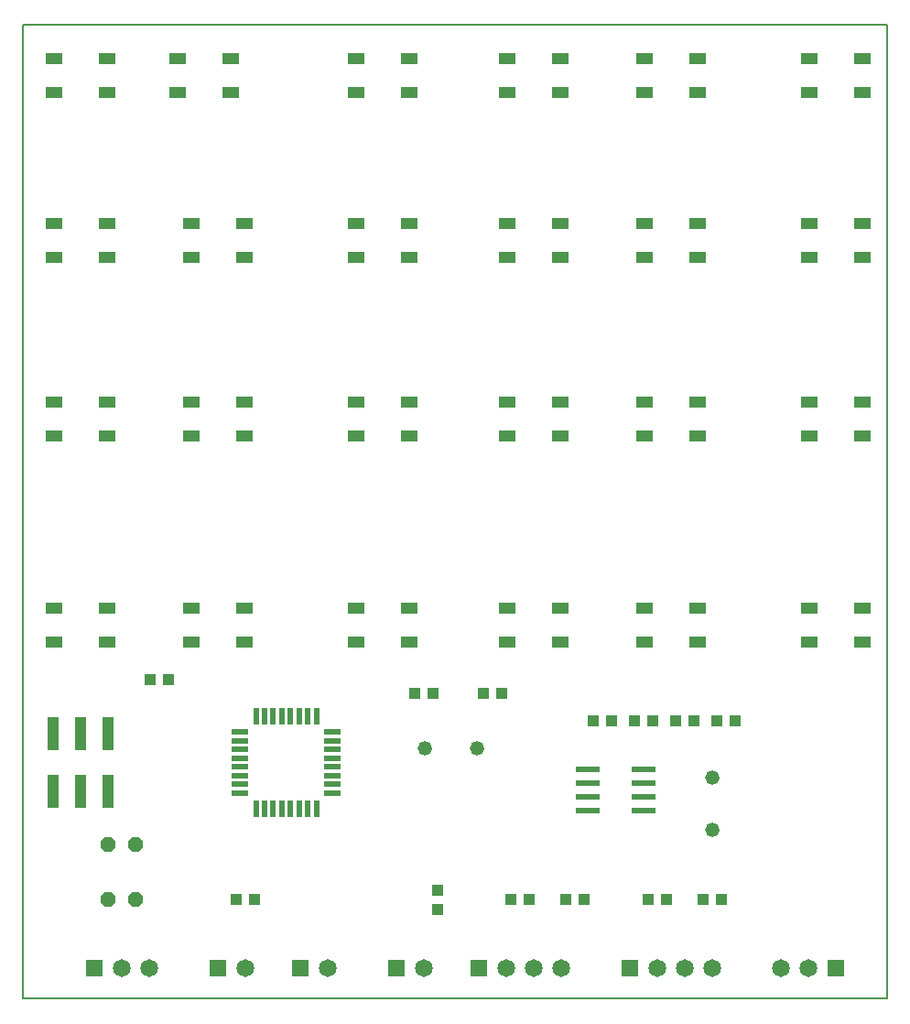
<source format=gtl>
G75*
%MOIN*%
%OFA0B0*%
%FSLAX25Y25*%
%IPPOS*%
%LPD*%
%AMOC8*
5,1,8,0,0,1.08239X$1,22.5*
%
%ADD10R,0.05906X0.03937*%
%ADD11R,0.03937X0.12205*%
%ADD12R,0.06496X0.06496*%
%ADD13C,0.06496*%
%ADD14R,0.05906X0.02165*%
%ADD15R,0.02165X0.05906*%
%ADD16R,0.08661X0.02362*%
%ADD17C,0.05200*%
%ADD18R,0.03937X0.04331*%
%ADD19R,0.04331X0.03937*%
%ADD20OC8,0.05600*%
%ADD21C,0.00600*%
D10*
X0012654Y0131889D03*
X0012654Y0144488D03*
X0031946Y0144488D03*
X0031946Y0131889D03*
X0062654Y0131889D03*
X0062654Y0144488D03*
X0081946Y0144488D03*
X0081946Y0131889D03*
X0122654Y0131889D03*
X0122654Y0144488D03*
X0141946Y0144488D03*
X0141946Y0131889D03*
X0177654Y0131889D03*
X0177654Y0144488D03*
X0196946Y0144488D03*
X0196946Y0131889D03*
X0227654Y0131889D03*
X0227654Y0144488D03*
X0246946Y0144488D03*
X0246946Y0131889D03*
X0287654Y0131889D03*
X0287654Y0144488D03*
X0306946Y0144488D03*
X0306946Y0131889D03*
X0306946Y0206889D03*
X0306946Y0219488D03*
X0287654Y0219488D03*
X0287654Y0206889D03*
X0246946Y0206889D03*
X0246946Y0219488D03*
X0227654Y0219488D03*
X0227654Y0206889D03*
X0196946Y0206889D03*
X0196946Y0219488D03*
X0177654Y0219488D03*
X0177654Y0206889D03*
X0141946Y0206889D03*
X0141946Y0219488D03*
X0122654Y0219488D03*
X0122654Y0206889D03*
X0081946Y0206889D03*
X0081946Y0219488D03*
X0062654Y0219488D03*
X0062654Y0206889D03*
X0031946Y0206889D03*
X0031946Y0219488D03*
X0012654Y0219488D03*
X0012654Y0206889D03*
X0012654Y0271889D03*
X0012654Y0284488D03*
X0031946Y0284488D03*
X0031946Y0271889D03*
X0062654Y0271889D03*
X0062654Y0284488D03*
X0081946Y0284488D03*
X0081946Y0271889D03*
X0122654Y0271889D03*
X0122654Y0284488D03*
X0141946Y0284488D03*
X0141946Y0271889D03*
X0177654Y0271889D03*
X0177654Y0284488D03*
X0196946Y0284488D03*
X0196946Y0271889D03*
X0227654Y0271889D03*
X0227654Y0284488D03*
X0246946Y0284488D03*
X0246946Y0271889D03*
X0287654Y0271889D03*
X0287654Y0284488D03*
X0306946Y0284488D03*
X0306946Y0271889D03*
X0306946Y0331889D03*
X0306946Y0344488D03*
X0287654Y0344488D03*
X0287654Y0331889D03*
X0246946Y0331889D03*
X0246946Y0344488D03*
X0227654Y0344488D03*
X0227654Y0331889D03*
X0196946Y0331889D03*
X0196946Y0344488D03*
X0177654Y0344488D03*
X0177654Y0331889D03*
X0141946Y0331889D03*
X0141946Y0344488D03*
X0122654Y0344488D03*
X0122654Y0331889D03*
X0076946Y0331889D03*
X0076946Y0344488D03*
X0057654Y0344488D03*
X0057654Y0331889D03*
X0031946Y0331889D03*
X0031946Y0344488D03*
X0012654Y0344488D03*
X0012654Y0331889D03*
D11*
X0012300Y0098818D03*
X0022300Y0098818D03*
X0032300Y0098818D03*
X0032300Y0077558D03*
X0022300Y0077558D03*
X0012300Y0077558D03*
D12*
X0027300Y0013188D03*
X0072300Y0013188D03*
X0102300Y0013188D03*
X0137300Y0013188D03*
X0167300Y0013188D03*
X0222300Y0013188D03*
X0297300Y0013188D03*
D13*
X0287300Y0013188D03*
X0277300Y0013188D03*
X0252300Y0013188D03*
X0242300Y0013188D03*
X0232300Y0013188D03*
X0197300Y0013188D03*
X0187300Y0013188D03*
X0177300Y0013188D03*
X0147300Y0013188D03*
X0112300Y0013188D03*
X0082300Y0013188D03*
X0047300Y0013188D03*
X0037300Y0013188D03*
D14*
X0080371Y0077165D03*
X0080371Y0080314D03*
X0080371Y0083464D03*
X0080371Y0086614D03*
X0080371Y0089763D03*
X0080371Y0092913D03*
X0080371Y0096062D03*
X0080371Y0099212D03*
X0114229Y0099212D03*
X0114229Y0096062D03*
X0114229Y0092913D03*
X0114229Y0089763D03*
X0114229Y0086614D03*
X0114229Y0083464D03*
X0114229Y0080314D03*
X0114229Y0077165D03*
D15*
X0108324Y0071259D03*
X0105174Y0071259D03*
X0102024Y0071259D03*
X0098875Y0071259D03*
X0095725Y0071259D03*
X0092576Y0071259D03*
X0089426Y0071259D03*
X0086276Y0071259D03*
X0086276Y0105117D03*
X0089426Y0105117D03*
X0092576Y0105117D03*
X0095725Y0105117D03*
X0098875Y0105117D03*
X0102024Y0105117D03*
X0105174Y0105117D03*
X0108324Y0105117D03*
D16*
X0207064Y0085688D03*
X0207064Y0080688D03*
X0207064Y0075688D03*
X0207064Y0070688D03*
X0227536Y0070688D03*
X0227536Y0075688D03*
X0227536Y0080688D03*
X0227536Y0085688D03*
D17*
X0252300Y0082688D03*
X0252300Y0063688D03*
X0166800Y0093188D03*
X0147800Y0093188D03*
D18*
X0178954Y0038188D03*
X0185646Y0038188D03*
X0198954Y0038188D03*
X0205646Y0038188D03*
X0228954Y0038188D03*
X0235646Y0038188D03*
X0248954Y0038188D03*
X0255646Y0038188D03*
X0253954Y0103188D03*
X0245646Y0103188D03*
X0238954Y0103188D03*
X0230646Y0103188D03*
X0223954Y0103188D03*
X0215646Y0103188D03*
X0208954Y0103188D03*
X0260646Y0103188D03*
X0085646Y0038188D03*
X0078954Y0038188D03*
X0054416Y0118188D03*
X0047723Y0118188D03*
D19*
X0143954Y0113188D03*
X0150646Y0113188D03*
X0168954Y0113188D03*
X0175646Y0113188D03*
X0152300Y0041535D03*
X0152300Y0034842D03*
D20*
X0042300Y0038188D03*
X0032300Y0038188D03*
X0032300Y0058188D03*
X0042300Y0058188D03*
D21*
X0001300Y0002188D02*
X0316261Y0002188D01*
X0316261Y0356519D01*
X0001300Y0356519D01*
X0001300Y0002188D01*
M02*

</source>
